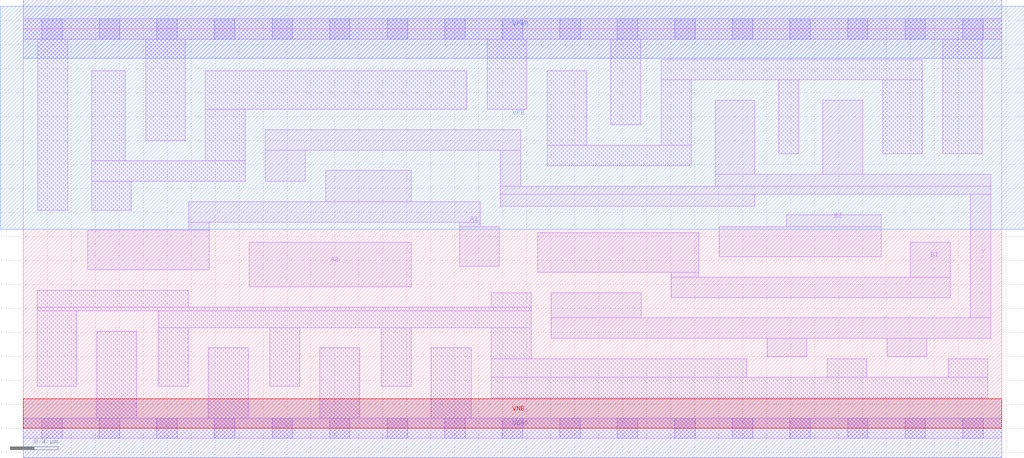
<source format=lef>
# Copyright 2020 The SkyWater PDK Authors
#
# Licensed under the Apache License, Version 2.0 (the "License");
# you may not use this file except in compliance with the License.
# You may obtain a copy of the License at
#
#     https://www.apache.org/licenses/LICENSE-2.0
#
# Unless required by applicable law or agreed to in writing, software
# distributed under the License is distributed on an "AS IS" BASIS,
# WITHOUT WARRANTIES OR CONDITIONS OF ANY KIND, either express or implied.
# See the License for the specific language governing permissions and
# limitations under the License.
#
# SPDX-License-Identifier: Apache-2.0

VERSION 5.7 ;
  NOWIREEXTENSIONATPIN ON ;
  DIVIDERCHAR "/" ;
  BUSBITCHARS "[]" ;
MACRO sky130_fd_sc_ms__o22ai_4
  CLASS CORE ;
  FOREIGN sky130_fd_sc_ms__o22ai_4 ;
  ORIGIN  0.000000  0.000000 ;
  SIZE  8.160000 BY  3.330000 ;
  SYMMETRY X Y ;
  SITE unit ;
  PIN A1
    ANTENNAGATEAREA  1.250400 ;
    DIRECTION INPUT ;
    USE SIGNAL ;
    PORT
      LAYER li1 ;
        RECT 0.540000 1.320000 1.550000 1.650000 ;
        RECT 1.380000 1.650000 1.550000 1.720000 ;
        RECT 1.380000 1.720000 3.810000 1.890000 ;
        RECT 2.525000 1.890000 3.235000 2.150000 ;
        RECT 3.640000 1.350000 3.970000 1.680000 ;
        RECT 3.640000 1.680000 3.810000 1.720000 ;
    END
  END A1
  PIN A2
    ANTENNAGATEAREA  1.250400 ;
    DIRECTION INPUT ;
    USE SIGNAL ;
    PORT
      LAYER li1 ;
        RECT 1.885000 1.180000 3.235000 1.550000 ;
    END
  END A2
  PIN B1
    ANTENNAGATEAREA  1.250400 ;
    DIRECTION INPUT ;
    USE SIGNAL ;
    PORT
      LAYER li1 ;
        RECT 4.290000 1.300000 5.635000 1.630000 ;
        RECT 5.405000 1.090000 7.730000 1.260000 ;
        RECT 5.405000 1.260000 5.635000 1.300000 ;
        RECT 7.400000 1.260000 7.730000 1.550000 ;
    END
  END B1
  PIN B2
    ANTENNAGATEAREA  1.250400 ;
    DIRECTION INPUT ;
    USE SIGNAL ;
    PORT
      LAYER li1 ;
        RECT 5.805000 1.430000 7.155000 1.680000 ;
        RECT 6.365000 1.680000 7.155000 1.780000 ;
    END
  END B2
  PIN Y
    ANTENNADIFFAREA  2.253600 ;
    DIRECTION OUTPUT ;
    USE SIGNAL ;
    PORT
      LAYER li1 ;
        RECT 2.020000 2.060000 2.350000 2.320000 ;
        RECT 2.020000 2.320000 4.150000 2.490000 ;
        RECT 3.980000 1.850000 6.100000 1.950000 ;
        RECT 3.980000 1.950000 8.070000 2.020000 ;
        RECT 3.980000 2.020000 4.150000 2.320000 ;
        RECT 4.405000 0.750000 8.070000 0.920000 ;
        RECT 4.405000 0.920000 5.155000 1.130000 ;
        RECT 5.770000 2.020000 8.070000 2.120000 ;
        RECT 5.770000 2.120000 6.100000 2.735000 ;
        RECT 6.205000 0.595000 6.535000 0.750000 ;
        RECT 6.670000 2.120000 7.000000 2.735000 ;
        RECT 7.205000 0.595000 7.535000 0.750000 ;
        RECT 7.900000 0.920000 8.070000 1.950000 ;
    END
  END Y
  PIN VGND
    DIRECTION INOUT ;
    USE GROUND ;
    PORT
      LAYER met1 ;
        RECT 0.000000 -0.245000 8.160000 0.245000 ;
    END
  END VGND
  PIN VNB
    DIRECTION INOUT ;
    USE GROUND ;
    PORT
      LAYER pwell ;
        RECT 0.000000 0.000000 8.160000 0.245000 ;
    END
  END VNB
  PIN VPB
    DIRECTION INOUT ;
    USE POWER ;
    PORT
      LAYER nwell ;
        RECT -0.190000 1.660000 8.350000 3.520000 ;
    END
  END VPB
  PIN VPWR
    DIRECTION INOUT ;
    USE POWER ;
    PORT
      LAYER met1 ;
        RECT 0.000000 3.085000 8.160000 3.575000 ;
    END
  END VPWR
  OBS
    LAYER li1 ;
      RECT 0.000000 -0.085000 8.160000 0.085000 ;
      RECT 0.000000  3.245000 8.160000 3.415000 ;
      RECT 0.115000  0.350000 0.445000 0.980000 ;
      RECT 0.115000  0.980000 4.235000 1.010000 ;
      RECT 0.115000  1.010000 1.375000 1.150000 ;
      RECT 0.120000  1.820000 0.370000 3.245000 ;
      RECT 0.570000  1.820000 0.900000 2.060000 ;
      RECT 0.570000  2.060000 1.850000 2.230000 ;
      RECT 0.570000  2.230000 0.850000 2.980000 ;
      RECT 0.615000  0.085000 0.945000 0.810000 ;
      RECT 1.020000  2.400000 1.350000 3.245000 ;
      RECT 1.125000  0.350000 1.375000 0.840000 ;
      RECT 1.125000  0.840000 4.235000 0.980000 ;
      RECT 1.520000  2.230000 1.850000 2.660000 ;
      RECT 1.520000  2.660000 3.700000 2.980000 ;
      RECT 1.545000  0.085000 1.875000 0.670000 ;
      RECT 2.055000  0.350000 2.305000 0.840000 ;
      RECT 2.475000  0.085000 2.805000 0.670000 ;
      RECT 2.985000  0.350000 3.235000 0.840000 ;
      RECT 3.405000  0.085000 3.735000 0.670000 ;
      RECT 3.870000  2.660000 4.200000 3.245000 ;
      RECT 3.905000  0.255000 8.045000 0.425000 ;
      RECT 3.905000  0.425000 6.035000 0.580000 ;
      RECT 3.905000  0.580000 4.235000 0.840000 ;
      RECT 3.905000  1.010000 4.235000 1.130000 ;
      RECT 4.370000  2.190000 5.570000 2.360000 ;
      RECT 4.370000  2.360000 4.700000 2.980000 ;
      RECT 4.900000  2.530000 5.150000 3.245000 ;
      RECT 5.320000  2.360000 5.570000 2.905000 ;
      RECT 5.320000  2.905000 7.500000 3.075000 ;
      RECT 6.300000  2.290000 6.470000 2.905000 ;
      RECT 6.705000  0.425000 7.035000 0.580000 ;
      RECT 7.170000  2.290000 7.500000 2.905000 ;
      RECT 7.670000  2.290000 8.000000 3.245000 ;
      RECT 7.715000  0.425000 8.045000 0.580000 ;
    LAYER mcon ;
      RECT 0.155000 -0.085000 0.325000 0.085000 ;
      RECT 0.155000  3.245000 0.325000 3.415000 ;
      RECT 0.635000 -0.085000 0.805000 0.085000 ;
      RECT 0.635000  3.245000 0.805000 3.415000 ;
      RECT 1.115000 -0.085000 1.285000 0.085000 ;
      RECT 1.115000  3.245000 1.285000 3.415000 ;
      RECT 1.595000 -0.085000 1.765000 0.085000 ;
      RECT 1.595000  3.245000 1.765000 3.415000 ;
      RECT 2.075000 -0.085000 2.245000 0.085000 ;
      RECT 2.075000  3.245000 2.245000 3.415000 ;
      RECT 2.555000 -0.085000 2.725000 0.085000 ;
      RECT 2.555000  3.245000 2.725000 3.415000 ;
      RECT 3.035000 -0.085000 3.205000 0.085000 ;
      RECT 3.035000  3.245000 3.205000 3.415000 ;
      RECT 3.515000 -0.085000 3.685000 0.085000 ;
      RECT 3.515000  3.245000 3.685000 3.415000 ;
      RECT 3.995000 -0.085000 4.165000 0.085000 ;
      RECT 3.995000  3.245000 4.165000 3.415000 ;
      RECT 4.475000 -0.085000 4.645000 0.085000 ;
      RECT 4.475000  3.245000 4.645000 3.415000 ;
      RECT 4.955000 -0.085000 5.125000 0.085000 ;
      RECT 4.955000  3.245000 5.125000 3.415000 ;
      RECT 5.435000 -0.085000 5.605000 0.085000 ;
      RECT 5.435000  3.245000 5.605000 3.415000 ;
      RECT 5.915000 -0.085000 6.085000 0.085000 ;
      RECT 5.915000  3.245000 6.085000 3.415000 ;
      RECT 6.395000 -0.085000 6.565000 0.085000 ;
      RECT 6.395000  3.245000 6.565000 3.415000 ;
      RECT 6.875000 -0.085000 7.045000 0.085000 ;
      RECT 6.875000  3.245000 7.045000 3.415000 ;
      RECT 7.355000 -0.085000 7.525000 0.085000 ;
      RECT 7.355000  3.245000 7.525000 3.415000 ;
      RECT 7.835000 -0.085000 8.005000 0.085000 ;
      RECT 7.835000  3.245000 8.005000 3.415000 ;
  END
END sky130_fd_sc_ms__o22ai_4
END LIBRARY

</source>
